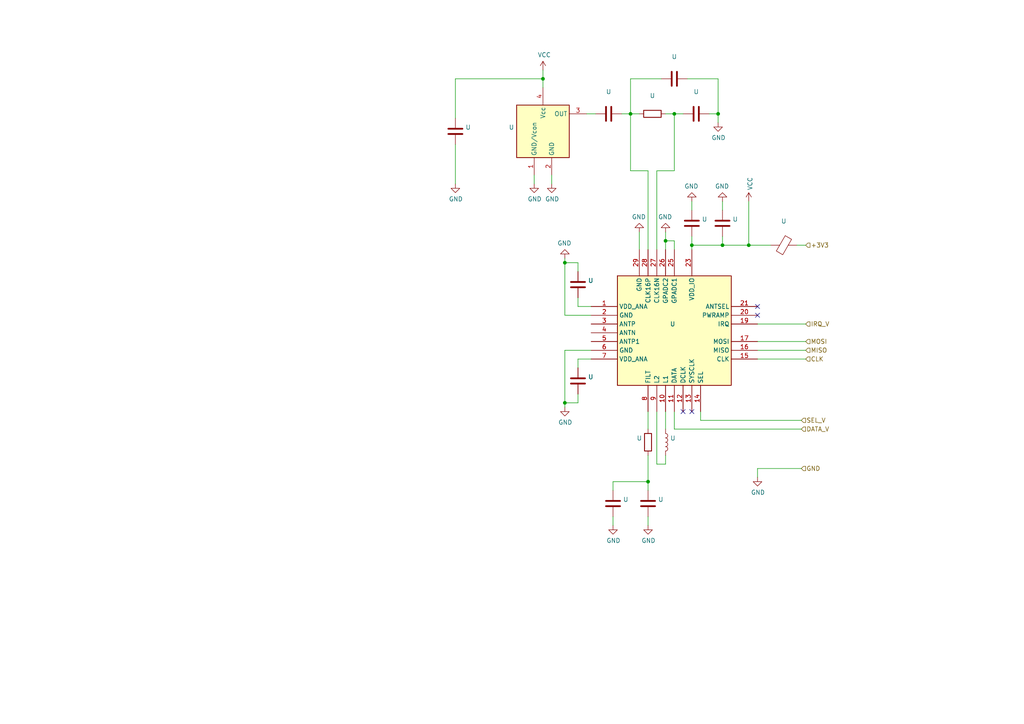
<source format=kicad_sch>
(kicad_sch (version 20220404) (generator eeschema)
  (paper "A4")
  (lib_symbols
    (symbol "AX5043:AX5043"
      (property "Reference" "U" (at 0 -2.54 0))
      (property "Value" "AX5043_AX5043" (at 0 1.27 0))
      (symbol "AX5043_1_0"
        (rectangle (start -16.51 -15.24) (end 16.51 16.51) (stroke (width 0.254)) (fill (type background)))
      )
      (symbol "AX5043_1_1"
        (pin power_out line (at -24.13 7.62 0) (length 7.62) (name "VDD_ANA") (number "1"))
        (pin passive line (at -2.54 -22.86 90) (length 7.62) (name "L1") (number "10"))
        (pin bidirectional line (at 0 -22.86 90) (length 7.62) (name "DATA") (number "11"))
        (pin bidirectional line (at 2.54 -22.86 90) (length 7.62) (name "DCLK") (number "12"))
        (pin bidirectional line (at 5.08 -22.86 90) (length 7.62) (name "SYSCLK") (number "13"))
        (pin input line (at 7.62 -22.86 90) (length 7.62) (name "SEL") (number "14"))
        (pin input line (at 24.13 -7.62 180) (length 7.62) (name "CLK") (number "15"))
        (pin output line (at 24.13 -5.08 180) (length 7.62) (name "MISO") (number "16"))
        (pin input line (at 24.13 -2.54 180) (length 7.62) (name "MOSI") (number "17"))
        (pin no_connect line (at 24.13 0 180) (length 7.62) hide (name "NC") (number "18"))
        (pin bidirectional line (at 24.13 2.54 180) (length 7.62) (name "IRQ") (number "19"))
        (pin power_in line (at -24.13 5.08 0) (length 7.62) (name "GND") (number "2"))
        (pin bidirectional line (at 24.13 5.08 180) (length 7.62) (name "PWRAMP") (number "20"))
        (pin bidirectional line (at 24.13 7.62 180) (length 7.62) (name "ANTSEL") (number "21"))
        (pin no_connect line (at 7.62 24.13 270) (length 7.62) hide (name "NC") (number "22"))
        (pin power_in line (at 5.08 24.13 270) (length 7.62) (name "VDD_IO") (number "23"))
        (pin no_connect line (at 2.54 24.13 270) (length 7.62) hide (name "NC") (number "24"))
        (pin input line (at 0 24.13 270) (length 7.62) (name "GPADC1") (number "25"))
        (pin input line (at -2.54 24.13 270) (length 7.62) (name "GPADC2") (number "26"))
        (pin input line (at -5.08 24.13 270) (length 7.62) (name "CLK16N") (number "27"))
        (pin input line (at -7.62 24.13 270) (length 7.62) (name "CLK16P") (number "28"))
        (pin power_in line (at -10.16 24.13 270) (length 7.62) (name "GND") (number "29"))
        (pin input line (at -24.13 2.54 0) (length 7.62) (name "ANTP") (number "3"))
        (pin input line (at -24.13 0 0) (length 7.62) (name "ANTN") (number "4"))
        (pin input line (at -24.13 -2.54 0) (length 7.62) (name "ANTP1") (number "5"))
        (pin power_in line (at -24.13 -5.08 0) (length 7.62) (name "GND") (number "6"))
        (pin power_out line (at -24.13 -7.62 0) (length 7.62) (name "VDD_ANA") (number "7"))
        (pin input line (at -7.62 -22.86 90) (length 7.62) (name "FILT") (number "8"))
        (pin passive line (at -5.08 -22.86 90) (length 7.62) (name "L2") (number "9"))
      )
    )
    (symbol "KT1612a:KT1612A"
      (property "Reference" "U" (at 6.35 8.89 0))
      (property "Value" "KT1612a_KT1612A" (at -7.62 8.89 0))
      (symbol "KT1612A_0_1"
        (rectangle (start -7.62 7.62) (end 7.62 -7.62) (stroke (width 0.254)) (fill (type background)))
      )
      (symbol "KT1612A_1_1"
        (pin power_in line (at -2.54 -12.7 90) (length 5.08) (name "GND/Vcon") (number "1"))
        (pin power_in line (at 2.54 -12.7 90) (length 5.08) (name "GND") (number "2"))
        (pin output line (at 12.7 5.08 180) (length 5.08) (name "OUT") (number "3"))
        (pin power_in line (at 0 12.7 270) (length 5.08) (name "Vcc") (number "4"))
      )
    )
    (symbol "device:C" (pin_numbers hide) (pin_names (offset 0.254))
      (property "Reference" "C" (at 0.635 2.54 0))
      (property "Value" "device_C" (at 0.635 -2.54 0))
      (symbol "C_0_1"
        (polyline (pts (xy -2.032 -0.762) (xy 2.032 -0.762)) (stroke (width 0.508)))
        (polyline (pts (xy -2.032 0.762) (xy 2.032 0.762)) (stroke (width 0.508)))
      )
      (symbol "C_1_1"
        (pin passive line (at 0 3.81 270) (length 2.794) (name "~") (number "1"))
        (pin passive line (at 0 -3.81 90) (length 2.794) (name "~") (number "2"))
      )
    )
    (symbol "device:Ferrite_Bead" (pin_numbers hide) (pin_names (offset 0))
      (property "Reference" "L" (at -3.81 0.635 90))
      (property "Value" "device_Ferrite_Bead" (at 3.81 0 90))
      (symbol "Ferrite_Bead_0_1"
        (polyline (pts (xy 0 -1.27) (xy 0 -1.2192)))
        (polyline (pts (xy 0 1.27) (xy 0 1.2954)))
        (polyline (pts (xy -2.7686 0.4064) (xy -1.7018 2.2606) (xy 2.7686 -0.3048) (xy 1.6764 -2.159) (xy -2.7686 0.4064)))
      )
      (symbol "Ferrite_Bead_1_1"
        (pin passive line (at 0 3.81 270) (length 2.54) (name "~") (number "1"))
        (pin passive line (at 0 -3.81 90) (length 2.54) (name "~") (number "2"))
      )
    )
    (symbol "device:L" (pin_numbers hide) (pin_names (offset 1.016) hide)
      (property "Reference" "L" (at -1.27 0 90))
      (property "Value" "device_L" (at 1.905 0 90))
      (symbol "L_0_1"
        (arc (start 0 -2.54) (mid 0.6323 -1.905) (end 0 -1.27))
        (arc (start 0 -1.27) (mid 0.6323 -0.635) (end 0 0))
        (arc (start 0 0) (mid 0.6323 0.635) (end 0 1.27))
        (arc (start 0 1.27) (mid 0.6323 1.905) (end 0 2.54))
      )
      (symbol "L_1_1"
        (pin passive line (at 0 3.81 270) (length 1.27) (name "1") (number "1"))
        (pin passive line (at 0 -3.81 90) (length 1.27) (name "2") (number "2"))
      )
    )
    (symbol "device:R" (pin_numbers hide) (pin_names (offset 0))
      (property "Reference" "R" (at 2.032 0 90))
      (property "Value" "device_R" (at 0 0 90))
      (symbol "R_0_1"
        (rectangle (start -1.016 -2.54) (end 1.016 2.54) (stroke (width 0.254)))
      )
      (symbol "R_1_1"
        (pin passive line (at 0 3.81 270) (length 1.27) (name "~") (number "1"))
        (pin passive line (at 0 -3.81 90) (length 1.27) (name "~") (number "2"))
      )
    )
    (symbol "power:GND" (power) (pin_names (offset 0))
      (property "Value" "power_GND" (at 0 -3.81 0))
      (symbol "GND_0_1"
        (polyline (pts (xy 0 0) (xy 0 -1.27) (xy 1.27 -1.27) (xy 0 -2.54) (xy -1.27 -1.27) (xy 0 -1.27)))
      )
      (symbol "GND_1_1"
        (pin power_in line (at 0 0 270) (length 0) hide (name "GND") (number "1"))
      )
    )
    (symbol "power:VCC" (power) (pin_names (offset 0))
      (property "Value" "power_VCC" (at 0 3.81 0))
      (symbol "VCC_0_1"
        (polyline (pts (xy -0.762 1.27) (xy 0 2.54)))
        (polyline (pts (xy 0 0) (xy 0 2.54)))
        (polyline (pts (xy 0 2.54) (xy 0.762 1.27)))
      )
      (symbol "VCC_1_1"
        (pin power_in line (at 0 0 90) (length 0) hide (name "VCC") (number "1"))
      )
    )
  )
  (junction (at 182.88 33.02))
  (junction (at 200.66 71.12))
  (junction (at 208.28 33.02))
  (junction (at 157.48 22.86))
  (junction (at 163.83 116.84))
  (junction (at 163.83 76.2))
  (junction (at 209.55 71.12))
  (junction (at 193.04 69.85))
  (junction (at 187.96 139.7))
  (junction (at 195.58 33.02))
  (junction (at 217.17 71.12))
  (no_connect (at 219.71 91.44))
  (no_connect (at 219.71 88.9))
  (no_connect (at 198.12 119.38))
  (no_connect (at 200.66 119.38))
  (wire (pts (xy 163.83 91.44) (xy 163.83 76.2)))
  (wire (pts (xy 193.04 33.02) (xy 195.58 33.02)))
  (wire (pts (xy 233.68 101.6) (xy 219.71 101.6)))
  (wire (pts (xy 163.83 101.6) (xy 163.83 116.84)))
  (wire (pts (xy 160.02 50.8) (xy 160.02 53.34)))
  (wire (pts (xy 163.83 76.2) (xy 163.83 74.93)))
  (wire (pts (xy 190.5 134.62) (xy 190.5 119.38)))
  (wire (pts (xy 203.2 121.92) (xy 203.2 119.38)))
  (wire (pts (xy 187.96 139.7) (xy 187.96 142.24)))
  (wire (pts (xy 187.96 132.08) (xy 187.96 139.7)))
  (wire (pts (xy 177.8 149.86) (xy 177.8 152.4)))
  (wire (pts (xy 195.58 124.46) (xy 195.58 119.38)))
  (wire (pts (xy 182.88 33.02) (xy 185.42 33.02)))
  (wire (pts (xy 171.45 91.44) (xy 163.83 91.44)))
  (wire (pts (xy 233.68 99.06) (xy 219.71 99.06)))
  (wire (pts (xy 200.66 68.58) (xy 200.66 71.12)))
  (wire (pts (xy 193.04 134.62) (xy 190.5 134.62)))
  (wire (pts (xy 167.64 76.2) (xy 163.83 76.2)))
  (wire (pts (xy 195.58 69.85) (xy 193.04 69.85)))
  (wire (pts (xy 180.34 33.02) (xy 182.88 33.02)))
  (wire (pts (xy 177.8 139.7) (xy 177.8 142.24)))
  (wire (pts (xy 157.48 20.32) (xy 157.48 22.86)))
  (wire (pts (xy 187.96 139.7) (xy 177.8 139.7)))
  (wire (pts (xy 195.58 33.02) (xy 198.12 33.02)))
  (wire (pts (xy 185.42 72.39) (xy 185.42 67.31)))
  (wire (pts (xy 208.28 22.86) (xy 208.28 33.02)))
  (wire (pts (xy 219.71 135.89) (xy 219.71 138.43)))
  (wire (pts (xy 195.58 33.02) (xy 195.58 49.53)))
  (wire (pts (xy 200.66 60.96) (xy 200.66 58.42)))
  (wire (pts (xy 190.5 49.53) (xy 190.5 72.39)))
  (wire (pts (xy 193.04 72.39) (xy 193.04 69.85)))
  (wire (pts (xy 233.68 71.12) (xy 231.14 71.12)))
  (wire (pts (xy 163.83 116.84) (xy 163.83 118.11)))
  (wire (pts (xy 187.96 149.86) (xy 187.96 152.4)))
  (wire (pts (xy 200.66 71.12) (xy 200.66 72.39)))
  (wire (pts (xy 157.48 22.86) (xy 132.08 22.86)))
  (wire (pts (xy 187.96 49.53) (xy 187.96 72.39)))
  (wire (pts (xy 193.04 132.08) (xy 193.04 134.62)))
  (wire (pts (xy 233.68 104.14) (xy 219.71 104.14)))
  (wire (pts (xy 232.41 124.46) (xy 195.58 124.46)))
  (wire (pts (xy 157.48 22.86) (xy 157.48 25.4)))
  (wire (pts (xy 217.17 71.12) (xy 223.52 71.12)))
  (wire (pts (xy 200.66 71.12) (xy 209.55 71.12)))
  (wire (pts (xy 182.88 33.02) (xy 182.88 49.53)))
  (wire (pts (xy 132.08 22.86) (xy 132.08 34.29)))
  (wire (pts (xy 171.45 104.14) (xy 167.64 104.14)))
  (wire (pts (xy 167.64 88.9) (xy 167.64 86.36)))
  (wire (pts (xy 170.18 33.02) (xy 172.72 33.02)))
  (wire (pts (xy 171.45 88.9) (xy 167.64 88.9)))
  (wire (pts (xy 195.58 49.53) (xy 190.5 49.53)))
  (wire (pts (xy 209.55 71.12) (xy 209.55 68.58)))
  (wire (pts (xy 232.41 135.89) (xy 219.71 135.89)))
  (wire (pts (xy 195.58 72.39) (xy 195.58 69.85)))
  (wire (pts (xy 193.04 119.38) (xy 193.04 124.46)))
  (wire (pts (xy 167.64 116.84) (xy 163.83 116.84)))
  (wire (pts (xy 154.94 50.8) (xy 154.94 53.34)))
  (wire (pts (xy 193.04 69.85) (xy 193.04 67.31)))
  (wire (pts (xy 182.88 33.02) (xy 182.88 22.86)))
  (wire (pts (xy 217.17 58.42) (xy 217.17 71.12)))
  (wire (pts (xy 167.64 104.14) (xy 167.64 106.68)))
  (wire (pts (xy 132.08 41.91) (xy 132.08 53.34)))
  (wire (pts (xy 209.55 71.12) (xy 217.17 71.12)))
  (wire (pts (xy 233.68 93.98) (xy 219.71 93.98)))
  (wire (pts (xy 182.88 49.53) (xy 187.96 49.53)))
  (wire (pts (xy 187.96 119.38) (xy 187.96 124.46)))
  (wire (pts (xy 171.45 101.6) (xy 163.83 101.6)))
  (wire (pts (xy 167.64 78.74) (xy 167.64 76.2)))
  (wire (pts (xy 205.74 33.02) (xy 208.28 33.02)))
  (wire (pts (xy 209.55 60.96) (xy 209.55 58.42)))
  (wire (pts (xy 167.64 114.3) (xy 167.64 116.84)))
  (wire (pts (xy 182.88 22.86) (xy 191.77 22.86)))
  (wire (pts (xy 208.28 33.02) (xy 208.28 35.56)))
  (wire (pts (xy 199.39 22.86) (xy 208.28 22.86)))
  (wire (pts (xy 232.41 121.92) (xy 203.2 121.92)))
  (hierarchical_label "GND" (shape input) (at 232.41 135.89 0))
  (hierarchical_label "IRQ_V" (shape input) (at 233.68 93.98 0))
  (hierarchical_label "MISO" (shape input) (at 233.68 101.6 0))
  (hierarchical_label "CLK" (shape input) (at 233.68 104.14 0))
  (hierarchical_label "+3V3" (shape input) (at 233.68 71.12 0))
  (hierarchical_label "SEL_V" (shape input) (at 232.41 121.92 0))
  (hierarchical_label "MOSI" (shape input) (at 233.68 99.06 0))
  (hierarchical_label "DATA_V" (shape input) (at 232.41 124.46 0))
  (symbol (lib_id "AX5043:AX5043") (at 195.58 96.52 0) (unit 1)
    (default_instance (reference "U") (unit 1) (value "") (footprint ""))
    (property "Reference" "U" (at 194.31 93.98 0) (effects (justify left)))
  )
  (symbol (lib_id "device:C") (at 200.66 64.77 0) (unit 1)
    (default_instance (reference "U") (unit 1) (value "") (footprint ""))
    (property "Reference" "U" (at 203.581 63.6016 0) (effects (justify left)))
  )
  (symbol (lib_id "device:L") (at 193.04 128.27 0) (unit 1)
    (default_instance (reference "U") (unit 1) (value "") (footprint ""))
    (property "Reference" "U" (at 194.3862 127.1016 0) (effects (justify left)))
  )
  (symbol (lib_id "device:C") (at 167.64 82.55 0) (unit 1)
    (default_instance (reference "U") (unit 1) (value "") (footprint ""))
    (property "Reference" "U" (at 170.561 81.3816 0) (effects (justify left)))
  )
  (symbol (lib_id "device:C") (at 167.64 110.49 0) (unit 1)
    (default_instance (reference "U") (unit 1) (value "") (footprint ""))
    (property "Reference" "U" (at 170.561 109.3216 0) (effects (justify left)))
  )
  (symbol (lib_id "power:GND") (at 163.83 118.11 0) (unit 1)
    (default_instance (reference "U") (unit 1) (value "") (footprint ""))
    (property "Reference" "U" (effects hide))
  )
  (symbol (lib_id "power:GND") (at 163.83 74.93 180) (unit 1)
    (default_instance (reference "U") (unit 1) (value "") (footprint ""))
    (property "Reference" "U" (effects hide))
  )
  (symbol (lib_id "power:GND") (at 185.42 67.31 180) (unit 1)
    (default_instance (reference "U") (unit 1) (value "") (footprint ""))
    (property "Reference" "U" (effects hide))
  )
  (symbol (lib_id "power:GND") (at 219.71 138.43 0) (unit 1)
    (default_instance (reference "U") (unit 1) (value "") (footprint ""))
    (property "Reference" "U" (effects hide))
  )
  (symbol (lib_id "power:GND") (at 193.04 67.31 180) (unit 1)
    (default_instance (reference "U") (unit 1) (value "") (footprint ""))
    (property "Reference" "U" (effects hide))
  )
  (symbol (lib_id "device:Ferrite_Bead") (at 227.33 71.12 270) (unit 1)
    (default_instance (reference "U") (unit 1) (value "") (footprint ""))
    (property "Reference" "U" (at 227.33 64.1604 90))
  )
  (symbol (lib_id "power:VCC") (at 217.17 58.42 0) (unit 1)
    (default_instance (reference "U") (unit 1) (value "") (footprint ""))
    (property "Reference" "U" (effects hide))
  )
  (symbol (lib_id "KT1612a:KT1612A") (at 157.48 38.1 0) (unit 1)
    (default_instance (reference "U") (unit 1) (value "") (footprint ""))
    (property "Reference" "U" (at 149.1234 36.9316 0) (effects (justify right)))
  )
  (symbol (lib_id "power:GND") (at 154.94 53.34 0) (unit 1)
    (default_instance (reference "U") (unit 1) (value "") (footprint ""))
    (property "Reference" "U" (effects hide))
  )
  (symbol (lib_id "power:GND") (at 160.02 53.34 0) (unit 1)
    (default_instance (reference "U") (unit 1) (value "") (footprint ""))
    (property "Reference" "U" (effects hide))
  )
  (symbol (lib_id "device:C") (at 176.53 33.02 90) (unit 1)
    (default_instance (reference "U") (unit 1) (value "") (footprint ""))
    (property "Reference" "U" (at 176.53 26.6192 90))
  )
  (symbol (lib_id "device:C") (at 132.08 38.1 0) (unit 1)
    (default_instance (reference "U") (unit 1) (value "") (footprint ""))
    (property "Reference" "U" (at 135.001 36.9316 0) (effects (justify left)))
  )
  (symbol (lib_id "device:R") (at 189.23 33.02 90) (unit 1)
    (default_instance (reference "U") (unit 1) (value "") (footprint ""))
    (property "Reference" "U" (at 189.23 27.7622 90))
  )
  (symbol (lib_id "power:GND") (at 208.28 35.56 0) (unit 1)
    (default_instance (reference "U") (unit 1) (value "") (footprint ""))
    (property "Reference" "U" (effects hide))
  )
  (symbol (lib_id "power:GND") (at 132.08 53.34 0) (unit 1)
    (default_instance (reference "U") (unit 1) (value "") (footprint ""))
    (property "Reference" "U" (effects hide))
  )
  (symbol (lib_id "power:VCC") (at 157.48 20.32 0) (unit 1)
    (default_instance (reference "U") (unit 1) (value "") (footprint ""))
    (property "Reference" "U" (effects hide))
  )
  (symbol (lib_id "device:C") (at 201.93 33.02 90) (unit 1)
    (default_instance (reference "U") (unit 1) (value "") (footprint ""))
    (property "Reference" "U" (at 201.93 26.6192 90))
  )
  (symbol (lib_id "device:C") (at 195.58 22.86 90) (unit 1)
    (default_instance (reference "U") (unit 1) (value "") (footprint ""))
    (property "Reference" "U" (at 195.58 16.4592 90))
  )
  (symbol (lib_id "device:C") (at 209.55 64.77 0) (unit 1)
    (default_instance (reference "U") (unit 1) (value "") (footprint ""))
    (property "Reference" "U" (at 212.471 63.6016 0) (effects (justify left)))
  )
  (symbol (lib_id "power:GND") (at 200.66 58.42 180) (unit 1)
    (default_instance (reference "U") (unit 1) (value "") (footprint ""))
    (property "Reference" "U" (effects hide))
  )
  (symbol (lib_id "power:GND") (at 209.55 58.42 180) (unit 1)
    (default_instance (reference "U") (unit 1) (value "") (footprint ""))
    (property "Reference" "U" (effects hide))
  )
  (symbol (lib_id "device:R") (at 187.96 128.27 0) (mirror x) (unit 1)
    (default_instance (reference "U") (unit 1) (value "") (footprint ""))
    (property "Reference" "U" (at 186.2074 127.1016 0) (effects (justify right)))
  )
  (symbol (lib_id "device:C") (at 187.96 146.05 0) (unit 1)
    (default_instance (reference "U") (unit 1) (value "") (footprint ""))
    (property "Reference" "U" (at 190.881 144.8816 0) (effects (justify left)))
  )
  (symbol (lib_id "device:C") (at 177.8 146.05 0) (unit 1)
    (default_instance (reference "U") (unit 1) (value "") (footprint ""))
    (property "Reference" "U" (at 180.721 144.8816 0) (effects (justify left)))
  )
  (symbol (lib_id "power:GND") (at 187.96 152.4 0) (unit 1)
    (default_instance (reference "U") (unit 1) (value "") (footprint ""))
    (property "Reference" "U" (effects hide))
  )
  (symbol (lib_id "power:GND") (at 177.8 152.4 0) (unit 1)
    (default_instance (reference "U") (unit 1) (value "") (footprint ""))
    (property "Reference" "U" (effects hide))
  )
)
</source>
